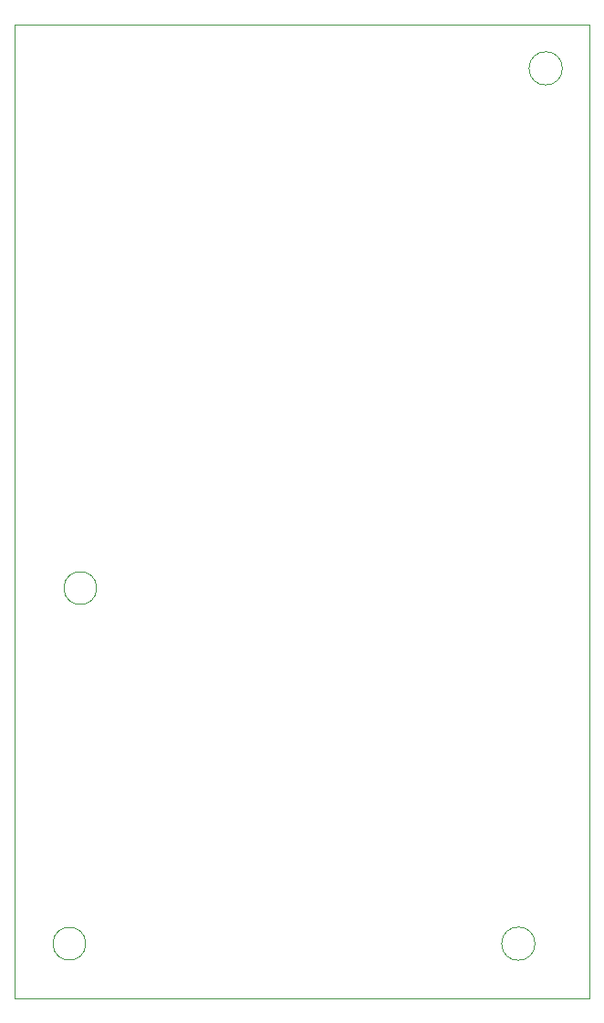
<source format=gbr>
G04 #@! TF.GenerationSoftware,KiCad,Pcbnew,(5.1.4)-1*
G04 #@! TF.CreationDate,2019-11-01T17:51:28+00:00*
G04 #@! TF.ProjectId,canbus_boiler_switch,63616e62-7573-45f6-926f-696c65725f73,rev?*
G04 #@! TF.SameCoordinates,Original*
G04 #@! TF.FileFunction,Profile,NP*
%FSLAX46Y46*%
G04 Gerber Fmt 4.6, Leading zero omitted, Abs format (unit mm)*
G04 Created by KiCad (PCBNEW (5.1.4)-1) date 2019-11-01 17:51:28*
%MOMM*%
%LPD*%
G04 APERTURE LIST*
%ADD10C,0.050000*%
G04 APERTURE END LIST*
D10*
X57404000Y-177800000D02*
G75*
G03X57404000Y-177800000I-1524000J0D01*
G01*
X100605022Y-129540000D02*
G75*
G03X100605022Y-129540000I-1545022J0D01*
G01*
X56388000Y-210820000D02*
G75*
G03X56388000Y-210820000I-1524000J0D01*
G01*
X98065022Y-210820000D02*
G75*
G03X98065022Y-210820000I-1545022J0D01*
G01*
X49784000Y-215900000D02*
X49784000Y-125476000D01*
X103124000Y-215900000D02*
X49784000Y-215900000D01*
X103124000Y-125476000D02*
X103124000Y-215900000D01*
X49784000Y-125476000D02*
X103124000Y-125476000D01*
M02*

</source>
